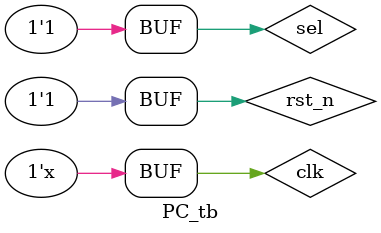
<source format=v>
module PC_reg(
    input  wire        clk,
    input  wire        rst_n,
    input  wire [31:0] PC_next,
    
    output reg  [31:0] PC
);

    always @(posedge clk or negedge rst_n) 
    begin
        if (~ rst_n)
            PC <= 32'h0;
        else 
            PC <= PC_next;
    end
    
endmodule

module Counter_add_4 (
    input  wire [31:0]PC_in,
    output wire [31:0]PC_out
);
    assign PC_out = PC_in + 4;
endmodule

module PC_counter (
    input  wire        clk,
    input  wire        rst_n,
    input  wire [31:0] PC_in,
    input  wire        input_sel,   
    
    output reg  [31:0] PC,
    output wire [31:0] PC_next
);
    // wire        PC_next;
    // reg  [31:0] PC_next;
    assign PC_next = PC + 4;

    // always @(PC or input_sel) begin
    //     PC_next = PC + 4; 
    // end

    always @(posedge clk or negedge rst_n) 
    begin
        if (~ rst_n)
            PC <= 32'h0;
        else 
        begin
            PC <= input_sel ? PC_in :PC_next ;
        end
    end

endmodule

module PC_tb ();
    reg         clk;
    reg         sel;
    reg         rst_n;
    wire [31:0] out; 
    PC_counter DUT (.clk(clk),
                    .rst_n(rst_n),
                    .input_sel(sel),
                    .PC(out)
                    );
    always #5 clk=~clk;

    initial begin
        clk = 0;
        sel = 0;
        rst_n = 0;
        # 10 
        rst_n = 1;
        #100 
        sel = 1;
    end
endmodule
</source>
